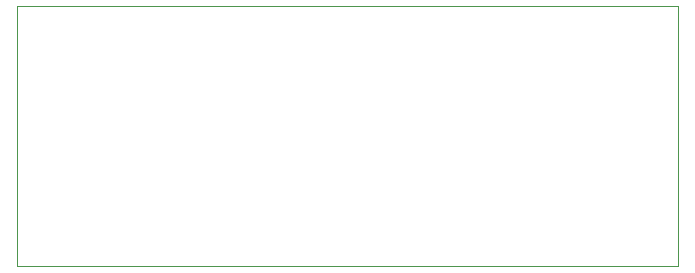
<source format=gbr>
%TF.GenerationSoftware,KiCad,Pcbnew,5.99.0-unknown-7ef9082c86~117~ubuntu18.04.1*%
%TF.CreationDate,2021-03-11T22:58:14+01:00*%
%TF.ProjectId,TSDZ2_nrf_module_board,5453445a-325f-46e7-9266-5f6d6f64756c,rev?*%
%TF.SameCoordinates,Original*%
%TF.FileFunction,Profile,NP*%
%FSLAX46Y46*%
G04 Gerber Fmt 4.6, Leading zero omitted, Abs format (unit mm)*
G04 Created by KiCad (PCBNEW 5.99.0-unknown-7ef9082c86~117~ubuntu18.04.1) date 2021-03-11 22:58:14*
%MOMM*%
%LPD*%
G01*
G04 APERTURE LIST*
%TA.AperFunction,Profile*%
%ADD10C,0.050000*%
%TD*%
G04 APERTURE END LIST*
D10*
X49000000Y-59000000D02*
X49000000Y-81000000D01*
X49000000Y-81000000D02*
X105000000Y-81000000D01*
X105000000Y-60000000D02*
X105000000Y-59000000D01*
X105000000Y-59000000D02*
X49000000Y-59000000D01*
X105000000Y-81000000D02*
X105000000Y-60000000D01*
M02*

</source>
